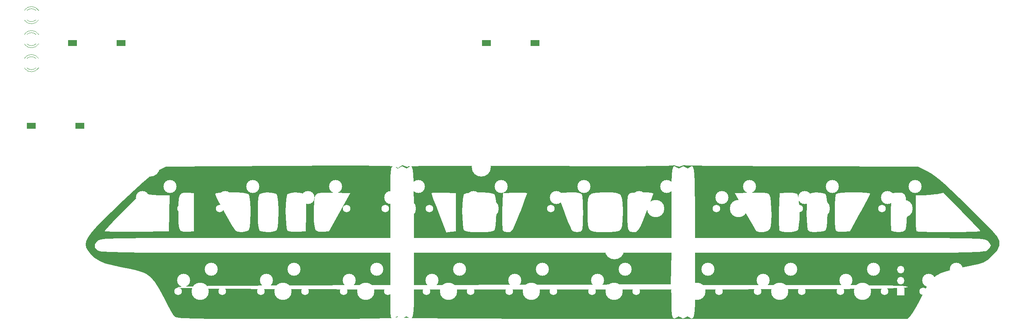
<source format=gto>
%TF.GenerationSoftware,KiCad,Pcbnew,(6.0.10)*%
%TF.CreationDate,2023-05-23T15:51:50-05:00*%
%TF.ProjectId,Monorail_Jet,4d6f6e6f-7261-4696-9c5f-4a65742e6b69,rev?*%
%TF.SameCoordinates,Original*%
%TF.FileFunction,Legend,Top*%
%TF.FilePolarity,Positive*%
%FSLAX46Y46*%
G04 Gerber Fmt 4.6, Leading zero omitted, Abs format (unit mm)*
G04 Created by KiCad (PCBNEW (6.0.10)) date 2023-05-23 15:51:50*
%MOMM*%
%LPD*%
G01*
G04 APERTURE LIST*
G04 Aperture macros list*
%AMRoundRect*
0 Rectangle with rounded corners*
0 $1 Rounding radius*
0 $2 $3 $4 $5 $6 $7 $8 $9 X,Y pos of 4 corners*
0 Add a 4 corners polygon primitive as box body*
4,1,4,$2,$3,$4,$5,$6,$7,$8,$9,$2,$3,0*
0 Add four circle primitives for the rounded corners*
1,1,$1+$1,$2,$3*
1,1,$1+$1,$4,$5*
1,1,$1+$1,$6,$7*
1,1,$1+$1,$8,$9*
0 Add four rect primitives between the rounded corners*
20,1,$1+$1,$2,$3,$4,$5,0*
20,1,$1+$1,$4,$5,$6,$7,0*
20,1,$1+$1,$6,$7,$8,$9,0*
20,1,$1+$1,$8,$9,$2,$3,0*%
G04 Aperture macros list end*
%ADD10C,0.150000*%
%ADD11C,0.120000*%
%ADD12C,3.000000*%
%ADD13C,3.048000*%
%ADD14C,3.987800*%
%ADD15C,1.750000*%
%ADD16C,0.787400*%
%ADD17R,1.700000X1.700000*%
%ADD18O,1.700000X1.700000*%
%ADD19R,1.800000X1.800000*%
%ADD20C,1.800000*%
%ADD21C,4.400000*%
%ADD22C,2.000000*%
%ADD23RoundRect,1.000000X0.000000X-0.650000X0.000000X0.650000X0.000000X0.650000X0.000000X-0.650000X0*%
%ADD24C,0.650000*%
%ADD25O,1.000000X2.100000*%
%ADD26O,1.000000X1.600000*%
%ADD27RoundRect,1.000000X0.000000X0.650000X0.000000X-0.650000X0.000000X-0.650000X0.000000X0.650000X0*%
G04 APERTURE END LIST*
D10*
%TO.C,*%
D11*
%TO.C,D55*%
X31809250Y-59722000D02*
X31809250Y-59878000D01*
X31809250Y-57406000D02*
X31809250Y-57562000D01*
X35041585Y-57563392D02*
G75*
G03*
X31809250Y-57406484I-1672335J-1078608D01*
G01*
X31809250Y-59877516D02*
G75*
G03*
X35041585Y-59720608I1560000J1235516D01*
G01*
X34410380Y-57562163D02*
G75*
G03*
X32328289Y-57562000I-1041130J-1079837D01*
G01*
X32328289Y-59722000D02*
G75*
G03*
X34410380Y-59721837I1040961J1080000D01*
G01*
%TO.C,D53*%
X31809250Y-48672000D02*
X31809250Y-48828000D01*
X31809250Y-46356000D02*
X31809250Y-46512000D01*
X32328289Y-48672000D02*
G75*
G03*
X34410380Y-48671837I1040961J1080000D01*
G01*
X34410380Y-46512163D02*
G75*
G03*
X32328289Y-46512000I-1041130J-1079837D01*
G01*
X35041585Y-46513392D02*
G75*
G03*
X31809250Y-46356484I-1672335J-1078608D01*
G01*
X31809250Y-48827516D02*
G75*
G03*
X35041585Y-48670608I1560000J1235516D01*
G01*
%TO.C,D54*%
X31809250Y-54197000D02*
X31809250Y-54353000D01*
X31809250Y-51881000D02*
X31809250Y-52037000D01*
X35041585Y-52038392D02*
G75*
G03*
X31809250Y-51881484I-1672335J-1078608D01*
G01*
X31809250Y-54352516D02*
G75*
G03*
X35041585Y-54195608I1560000J1235516D01*
G01*
X32328289Y-54197000D02*
G75*
G03*
X34410380Y-54196837I1040961J1080000D01*
G01*
X34410380Y-52037163D02*
G75*
G03*
X32328289Y-52037000I-1041130J-1079837D01*
G01*
%TO.C,G\u002A\u002A\u002A*%
G36*
X183737688Y-82144743D02*
G01*
X184093945Y-82171367D01*
X185076078Y-82198598D01*
X186632633Y-82225972D01*
X188712152Y-82253026D01*
X191263180Y-82279297D01*
X194234262Y-82304322D01*
X197573942Y-82327637D01*
X201230763Y-82348779D01*
X205153270Y-82367285D01*
X209290007Y-82382692D01*
X210628675Y-82386827D01*
X237356083Y-82465333D01*
X239550291Y-83556265D01*
X240354828Y-84003292D01*
X241231682Y-84597121D01*
X242251593Y-85398129D01*
X243485302Y-86466692D01*
X245003547Y-87863186D01*
X246877068Y-89647989D01*
X248279830Y-91006932D01*
X250052311Y-92745488D01*
X251692111Y-94379827D01*
X253127210Y-95836111D01*
X254285585Y-97040507D01*
X255095217Y-97919177D01*
X255474265Y-98382667D01*
X256052801Y-99574854D01*
X256095351Y-100656210D01*
X255574029Y-101755659D01*
X254478781Y-102984967D01*
X253385811Y-103945647D01*
X252409028Y-104527438D01*
X251255195Y-104891037D01*
X250838115Y-104980110D01*
X248026524Y-105547181D01*
X245789622Y-106032141D01*
X244038063Y-106486441D01*
X242682501Y-106961537D01*
X241633591Y-107508881D01*
X240801988Y-108179927D01*
X240098346Y-109026129D01*
X239433320Y-110098941D01*
X238717564Y-111449817D01*
X238350178Y-112171872D01*
X237547495Y-113706044D01*
X236786097Y-115077868D01*
X236150677Y-116139913D01*
X235725932Y-116744743D01*
X235718482Y-116753019D01*
X235026779Y-117512705D01*
X176494306Y-117506856D01*
X168713808Y-117505010D01*
X161588160Y-117500992D01*
X155094886Y-117494646D01*
X149211504Y-117485817D01*
X143915538Y-117474349D01*
X139184507Y-117460089D01*
X134995934Y-117442880D01*
X131327338Y-117422567D01*
X128156241Y-117398995D01*
X125460165Y-117372009D01*
X123216629Y-117341453D01*
X121403156Y-117307174D01*
X119997267Y-117269014D01*
X118976482Y-117226820D01*
X118318323Y-117180435D01*
X118000310Y-117129706D01*
X117961834Y-117102770D01*
X117852105Y-116882044D01*
X117555433Y-117110933D01*
X117310997Y-117191949D01*
X116727369Y-117262486D01*
X115769752Y-117323098D01*
X114403349Y-117374339D01*
X112593363Y-117416763D01*
X110304996Y-117450922D01*
X107503451Y-117477370D01*
X104153931Y-117496662D01*
X100221640Y-117509350D01*
X95671778Y-117515989D01*
X92010291Y-117517333D01*
X87253297Y-117516303D01*
X83127956Y-117512560D01*
X79588587Y-117505123D01*
X76589512Y-117493015D01*
X74085051Y-117475254D01*
X72029525Y-117450863D01*
X70377255Y-117418861D01*
X69082561Y-117378268D01*
X68099766Y-117328106D01*
X67383188Y-117267395D01*
X66887150Y-117195154D01*
X66565972Y-117110406D01*
X66373974Y-117012171D01*
X66320695Y-116966480D01*
X65955111Y-116454024D01*
X65376323Y-115476191D01*
X64666254Y-114177260D01*
X63965029Y-112817814D01*
X62822432Y-110670691D01*
X61807540Y-109076212D01*
X60845586Y-107940660D01*
X59861800Y-107170314D01*
X59183720Y-106824626D01*
X58435718Y-106585067D01*
X57202616Y-106271670D01*
X55666387Y-105928048D01*
X54273054Y-105647619D01*
X52008122Y-105170372D01*
X50284278Y-104684128D01*
X48967064Y-104130707D01*
X47922022Y-103451928D01*
X47014696Y-102589610D01*
X46894435Y-102454834D01*
X46334517Y-101754224D01*
X45970114Y-101089349D01*
X45834668Y-100406576D01*
X45961619Y-99652272D01*
X46384406Y-98772804D01*
X47136471Y-97714536D01*
X48251255Y-96423837D01*
X49762196Y-94847072D01*
X51702737Y-92930609D01*
X54106317Y-90620812D01*
X54517028Y-90229320D01*
X56917241Y-87977862D01*
X58965327Y-86129635D01*
X60632847Y-84709023D01*
X61891360Y-83740409D01*
X62599335Y-83299961D01*
X64283167Y-82465333D01*
X90643459Y-82296000D01*
X95722619Y-82265602D01*
X100161034Y-82244158D01*
X103995239Y-82232004D01*
X107261769Y-82229473D01*
X109997157Y-82236901D01*
X112237938Y-82254621D01*
X114020646Y-82282969D01*
X115381816Y-82322279D01*
X116357981Y-82372885D01*
X116985676Y-82435123D01*
X117301436Y-82509327D01*
X117347091Y-82540558D01*
X117735189Y-82760777D01*
X118200679Y-82444202D01*
X118741959Y-82124647D01*
X119165315Y-82311062D01*
X119836702Y-82500253D01*
X120121154Y-82407418D01*
X120527370Y-82367652D01*
X121561672Y-82333312D01*
X123174834Y-82304578D01*
X125317626Y-82281628D01*
X127940824Y-82264643D01*
X130995200Y-82253803D01*
X134431526Y-82249286D01*
X138200575Y-82251273D01*
X142253122Y-82259944D01*
X146539937Y-82275477D01*
X150651300Y-82296000D01*
X155100907Y-82318272D01*
X159354894Y-82334075D01*
X163364774Y-82343546D01*
X167082061Y-82346824D01*
X170458267Y-82344046D01*
X173444906Y-82335348D01*
X175993492Y-82320870D01*
X178055538Y-82300747D01*
X179582557Y-82275118D01*
X180526064Y-82244119D01*
X180837467Y-82210417D01*
X181215663Y-82145364D01*
X181651720Y-82307000D01*
X182553764Y-82463130D01*
X182941305Y-82319831D01*
X183516158Y-82114215D01*
X183737688Y-82144743D01*
G37*
%TD*%
%LPC*%
%TO.C,G\u002A\u002A\u002A*%
G36*
X60163598Y-88766712D02*
G01*
X61383010Y-88934910D01*
X62808640Y-89039651D01*
X63362257Y-89054584D01*
X65150681Y-89069333D01*
X65055591Y-93218000D01*
X64960500Y-97366667D01*
X57594500Y-97457938D01*
X55443222Y-97473394D01*
X53539624Y-97465632D01*
X51980897Y-97436823D01*
X50864234Y-97389140D01*
X50286826Y-97324756D01*
X50228500Y-97293314D01*
X50456537Y-96982374D01*
X51089560Y-96276573D01*
X52050941Y-95257310D01*
X53264049Y-94005987D01*
X54490931Y-92765504D01*
X58753363Y-88493590D01*
X60163598Y-88766712D01*
G37*
G36*
X102963667Y-88464821D02*
G01*
X106753265Y-88561333D01*
X101859939Y-97366667D01*
X100449987Y-97469742D01*
X99466301Y-97466286D01*
X98913638Y-97221319D01*
X98679601Y-96899340D01*
X98492527Y-96193818D01*
X98373563Y-95031195D01*
X98321120Y-93599867D01*
X98333609Y-92088229D01*
X98409441Y-90684679D01*
X98547028Y-89577611D01*
X98744780Y-88955422D01*
X98746618Y-88952884D01*
X99020848Y-88695700D01*
X99475698Y-88533685D01*
X100238767Y-88452069D01*
X101437648Y-88436087D01*
X102963667Y-88464821D01*
G37*
G36*
X214891719Y-88438695D02*
G01*
X215781721Y-88615429D01*
X216107434Y-88798400D01*
X216319383Y-89381127D01*
X216454898Y-90616730D01*
X216511992Y-92484855D01*
X216513834Y-92964000D01*
X216473749Y-94964615D01*
X216354821Y-96337055D01*
X216159034Y-97060968D01*
X216107434Y-97129600D01*
X215551700Y-97351595D01*
X214592801Y-97480491D01*
X213500097Y-97503749D01*
X212542948Y-97408828D01*
X212195834Y-97311707D01*
X212007203Y-96914544D01*
X211870147Y-96004036D01*
X211784987Y-94742232D01*
X211752046Y-93291178D01*
X211771646Y-91812924D01*
X211844110Y-90469516D01*
X211969759Y-89423001D01*
X212148917Y-88835428D01*
X212178900Y-88798400D01*
X212804010Y-88530180D01*
X213803716Y-88410278D01*
X214891719Y-88438695D01*
G37*
G36*
X158621876Y-88420266D02*
G01*
X159489328Y-88521455D01*
X159945405Y-88720154D01*
X160089600Y-88927699D01*
X160175952Y-89478531D01*
X160244433Y-90535388D01*
X160286321Y-91927019D01*
X160295167Y-92964000D01*
X160276035Y-94484344D01*
X160224452Y-95784930D01*
X160149141Y-96694507D01*
X160089600Y-97000301D01*
X159619017Y-97419196D01*
X158848568Y-97530542D01*
X158078256Y-97341329D01*
X157644535Y-96943333D01*
X157344935Y-96279047D01*
X156904504Y-95206792D01*
X156381070Y-93878967D01*
X155832464Y-92447970D01*
X155316515Y-91066201D01*
X154891051Y-89886058D01*
X154613903Y-89059940D01*
X154537834Y-88756189D01*
X154863450Y-88558387D01*
X155794125Y-88433858D01*
X157210933Y-88392000D01*
X158621876Y-88420266D01*
G37*
G36*
X146882046Y-88473063D02*
G01*
X147387859Y-88548428D01*
X147425834Y-88582971D01*
X147308075Y-88961182D01*
X146984985Y-89847937D01*
X146501845Y-91122514D01*
X145903935Y-92664193D01*
X145705826Y-93168668D01*
X145015742Y-94904886D01*
X144508410Y-96107113D01*
X144122820Y-96873306D01*
X143797966Y-97301423D01*
X143472838Y-97489423D01*
X143086428Y-97535264D01*
X142985864Y-97536000D01*
X142217949Y-97401349D01*
X141815895Y-97092951D01*
X141757071Y-96595361D01*
X141723686Y-95571760D01*
X141718228Y-94173080D01*
X141741857Y-92605617D01*
X141837834Y-88561333D01*
X144631834Y-88462970D01*
X145910861Y-88442322D01*
X146882046Y-88473063D01*
G37*
G36*
X224002328Y-88415493D02*
G01*
X225243122Y-88479321D01*
X226064813Y-88573507D01*
X226335167Y-88678642D01*
X226179432Y-89063723D01*
X225751725Y-89924993D01*
X225111295Y-91147814D01*
X224317391Y-92617551D01*
X224015943Y-93165975D01*
X221696720Y-97366667D01*
X220163962Y-97468146D01*
X219128260Y-97468977D01*
X218583723Y-97265711D01*
X218419185Y-97017114D01*
X218322101Y-96417489D01*
X218255418Y-95327563D01*
X218219285Y-93933312D01*
X218213852Y-92420709D01*
X218239265Y-90975729D01*
X218295673Y-89784346D01*
X218383226Y-89032534D01*
X218412734Y-88927699D01*
X218609553Y-88690227D01*
X219059042Y-88533020D01*
X219875084Y-88441066D01*
X221171565Y-88399353D01*
X222476734Y-88392000D01*
X224002328Y-88415493D01*
G37*
G36*
X247472736Y-92765504D02*
G01*
X248845077Y-94154233D01*
X250033800Y-95382618D01*
X250962297Y-96369399D01*
X251553957Y-97033314D01*
X251735167Y-97286709D01*
X251416361Y-97362513D01*
X250539113Y-97424565D01*
X249222179Y-97472676D01*
X247584315Y-97506656D01*
X245744276Y-97526313D01*
X243820819Y-97531458D01*
X241932699Y-97521901D01*
X240198672Y-97497450D01*
X238737493Y-97457917D01*
X237667920Y-97403110D01*
X237108706Y-97332839D01*
X237059611Y-97310222D01*
X236971374Y-96901436D01*
X236899291Y-95957244D01*
X236850927Y-94619515D01*
X236833834Y-93076889D01*
X236833834Y-89069333D01*
X238611834Y-89054584D01*
X239981258Y-88989285D01*
X241345645Y-88842077D01*
X241800069Y-88766712D01*
X243210304Y-88493590D01*
X247472736Y-92765504D01*
G37*
G36*
X80678839Y-88416271D02*
G01*
X81924638Y-88497873D01*
X82869322Y-88625665D01*
X83350100Y-88798400D01*
X83562049Y-89381127D01*
X83697564Y-90616730D01*
X83754659Y-92484855D01*
X83756500Y-92964000D01*
X83716416Y-94964615D01*
X83597488Y-96337055D01*
X83401701Y-97060968D01*
X83350100Y-97129600D01*
X82761174Y-97398393D01*
X81839991Y-97532554D01*
X81671043Y-97536000D01*
X80855351Y-97469510D01*
X80304482Y-97162996D01*
X79784460Y-96455890D01*
X79573665Y-96096667D01*
X78103201Y-93509419D01*
X76970047Y-91469331D01*
X76178545Y-89984494D01*
X75733036Y-89062999D01*
X75628500Y-88742414D01*
X75938997Y-88575366D01*
X76762004Y-88460407D01*
X77934797Y-88396359D01*
X79294650Y-88382040D01*
X80678839Y-88416271D01*
G37*
G36*
X95006914Y-88444151D02*
G01*
X95897590Y-88639591D01*
X96256764Y-88863366D01*
X96450656Y-89486909D01*
X96553267Y-90778168D01*
X96564368Y-92733674D01*
X96552231Y-93350699D01*
X96456500Y-97366667D01*
X94591349Y-97465782D01*
X93292886Y-97447847D01*
X92458865Y-97250155D01*
X92305349Y-97144048D01*
X92110276Y-96612460D01*
X91972472Y-95582032D01*
X91892241Y-94228457D01*
X91869886Y-92727427D01*
X91905711Y-91254635D01*
X92000022Y-89985771D01*
X92153122Y-89096529D01*
X92290900Y-88798400D01*
X92926552Y-88519018D01*
X93924230Y-88402448D01*
X95006914Y-88444151D01*
G37*
G36*
X167024515Y-88416171D02*
G01*
X168153730Y-88560562D01*
X168861296Y-88932990D01*
X169245696Y-89641269D01*
X169405415Y-90793217D01*
X169438934Y-92496649D01*
X169439167Y-92841121D01*
X169425333Y-94703996D01*
X169325928Y-95994568D01*
X169054101Y-96817867D01*
X168522996Y-97278923D01*
X167645761Y-97482764D01*
X166335542Y-97534421D01*
X165556775Y-97536000D01*
X163916436Y-97506387D01*
X162823157Y-97405300D01*
X162148749Y-97214368D01*
X161843357Y-97003809D01*
X161587681Y-96589385D01*
X161424679Y-95878215D01*
X161337984Y-94746043D01*
X161311225Y-93068612D01*
X161311167Y-92964000D01*
X161331157Y-91129524D01*
X161454171Y-89865940D01*
X161774778Y-89066859D01*
X162387546Y-88625891D01*
X163387043Y-88436647D01*
X164867836Y-88392739D01*
X165375167Y-88392000D01*
X167024515Y-88416171D01*
G37*
G36*
X137194069Y-88395746D02*
G01*
X138476324Y-88469554D01*
X139453735Y-88613151D01*
X139907434Y-88798400D01*
X140097113Y-89324653D01*
X140230096Y-90350346D01*
X140306384Y-91699964D01*
X140325976Y-93197992D01*
X140288872Y-94668914D01*
X140195072Y-95937213D01*
X140044577Y-96827375D01*
X139907434Y-97129600D01*
X139329765Y-97347292D01*
X138158429Y-97485855D01*
X136473485Y-97535961D01*
X136419167Y-97536000D01*
X134720865Y-97488530D01*
X133533907Y-97352341D01*
X132938355Y-97136757D01*
X132930900Y-97129600D01*
X132741221Y-96603347D01*
X132608237Y-95577654D01*
X132531950Y-94228035D01*
X132512358Y-92730007D01*
X132549462Y-91259086D01*
X132643261Y-89990786D01*
X132793757Y-89100624D01*
X132930900Y-88798400D01*
X133475386Y-88593053D01*
X134497886Y-88457496D01*
X135802685Y-88391726D01*
X137194069Y-88395746D01*
G37*
G36*
X115929834Y-102277333D02*
G01*
X82646522Y-102277333D01*
X77107736Y-102276460D01*
X72206891Y-102273434D01*
X67904598Y-102267646D01*
X64161466Y-102258484D01*
X60938104Y-102245339D01*
X58195124Y-102227601D01*
X55893135Y-102204659D01*
X53992747Y-102175903D01*
X52454569Y-102140724D01*
X51239212Y-102098511D01*
X50307285Y-102048654D01*
X49619399Y-101990543D01*
X49136162Y-101923568D01*
X48818186Y-101847118D01*
X48626080Y-101760583D01*
X48610522Y-101750129D01*
X47967213Y-101059106D01*
X47984145Y-100311347D01*
X48535167Y-99568000D01*
X48657938Y-99456510D01*
X48816587Y-99357976D01*
X49051322Y-99271599D01*
X49402350Y-99196578D01*
X49909880Y-99132114D01*
X50614120Y-99077405D01*
X51555277Y-99031653D01*
X52773560Y-98994056D01*
X54309176Y-98963815D01*
X56202334Y-98940129D01*
X58493242Y-98922199D01*
X61222108Y-98909223D01*
X64429139Y-98900403D01*
X68154545Y-98894937D01*
X72438531Y-98892026D01*
X77321308Y-98890869D01*
X82571167Y-98890667D01*
X115929834Y-98890667D01*
X115929834Y-90752038D01*
X115934328Y-88168106D01*
X115951252Y-86182048D01*
X115985764Y-84714443D01*
X116043023Y-83685870D01*
X116128188Y-83016908D01*
X116246418Y-82628138D01*
X116402872Y-82440137D01*
X116472013Y-82405355D01*
X117075292Y-82448004D01*
X117292868Y-82648207D01*
X117612243Y-82928393D01*
X118076281Y-82680035D01*
X118105355Y-82656088D01*
X118655487Y-82386088D01*
X119147167Y-82634667D01*
X119697259Y-82882988D01*
X120148332Y-82646979D01*
X120506246Y-82406610D01*
X120785878Y-82392456D01*
X120996668Y-82668525D01*
X121148060Y-83298824D01*
X121249495Y-84347361D01*
X121310417Y-85878145D01*
X121340267Y-87955182D01*
X121348487Y-90642481D01*
X121348500Y-90782654D01*
X121348500Y-98890667D01*
X180615167Y-98890667D01*
X180615167Y-90782654D01*
X180622615Y-88065568D01*
X180651256Y-85961705D01*
X180710532Y-84407059D01*
X180809884Y-83337620D01*
X180958756Y-82689381D01*
X181166589Y-82398334D01*
X181442827Y-82400471D01*
X181796911Y-82631785D01*
X181815335Y-82646979D01*
X182356800Y-82881877D01*
X182816500Y-82634667D01*
X183358551Y-82383790D01*
X183832500Y-82634667D01*
X184382592Y-82882988D01*
X184833665Y-82646979D01*
X185191580Y-82406610D01*
X185471211Y-82392456D01*
X185682001Y-82668525D01*
X185833393Y-83298824D01*
X185934828Y-84347361D01*
X185995750Y-85878145D01*
X186025600Y-87955182D01*
X186033821Y-90642481D01*
X186033834Y-90782654D01*
X186033834Y-98890667D01*
X219392500Y-98890667D01*
X224883624Y-98890896D01*
X229737622Y-98892116D01*
X233994703Y-98895129D01*
X237695075Y-98900733D01*
X240878946Y-98909729D01*
X243586523Y-98922917D01*
X245858016Y-98941098D01*
X247733630Y-98965072D01*
X249253576Y-98995638D01*
X250458061Y-99033596D01*
X251387292Y-99079748D01*
X252081478Y-99134893D01*
X252580827Y-99199831D01*
X252925547Y-99275363D01*
X253155846Y-99362289D01*
X253311931Y-99461408D01*
X253428500Y-99568000D01*
X253925732Y-100174529D01*
X254105834Y-100584000D01*
X253887238Y-101051211D01*
X253428500Y-101600000D01*
X253305729Y-101711490D01*
X253147080Y-101810024D01*
X252912345Y-101896401D01*
X252561317Y-101971421D01*
X252053787Y-102035886D01*
X251349547Y-102090594D01*
X250408390Y-102136347D01*
X249190107Y-102173943D01*
X247654491Y-102204185D01*
X245761333Y-102227871D01*
X243470425Y-102245801D01*
X240741559Y-102258777D01*
X237534528Y-102267597D01*
X233809122Y-102273063D01*
X229525136Y-102275974D01*
X224642359Y-102277131D01*
X219392500Y-102277333D01*
X186033834Y-102277333D01*
X186033834Y-109728000D01*
X210615389Y-109728000D01*
X215452865Y-109730152D01*
X219651554Y-109737055D01*
X223249992Y-109749375D01*
X226286713Y-109767780D01*
X228800251Y-109792937D01*
X230829141Y-109825514D01*
X232411918Y-109866178D01*
X233587116Y-109915597D01*
X234393270Y-109974438D01*
X234868915Y-110043369D01*
X235052584Y-110123057D01*
X235055858Y-110151333D01*
X234893611Y-110235878D01*
X234441194Y-110310369D01*
X233660272Y-110375604D01*
X232512510Y-110432378D01*
X230959573Y-110481486D01*
X228963126Y-110523724D01*
X226484835Y-110559888D01*
X223486363Y-110590774D01*
X219929376Y-110617177D01*
X215775540Y-110639892D01*
X210986519Y-110659717D01*
X210474303Y-110661560D01*
X186033834Y-110748454D01*
X186033834Y-113943573D01*
X185992973Y-115678384D01*
X185856385Y-116796412D01*
X185603061Y-117354073D01*
X185211990Y-117407782D01*
X184833665Y-117166354D01*
X184292201Y-116931456D01*
X183832500Y-117178667D01*
X183290449Y-117429543D01*
X182816500Y-117178667D01*
X182266408Y-116930345D01*
X181815335Y-117166354D01*
X181312288Y-117440313D01*
X180962037Y-117251134D01*
X180743575Y-116542368D01*
X180635895Y-115257563D01*
X180615167Y-113941346D01*
X180615167Y-110744000D01*
X121348500Y-110744000D01*
X121348500Y-113941346D01*
X121307689Y-115676723D01*
X121171251Y-116795341D01*
X120918178Y-117353650D01*
X120527461Y-117408102D01*
X120148332Y-117166354D01*
X119606867Y-116931456D01*
X119147167Y-117178667D01*
X118609247Y-117427763D01*
X118116814Y-117166754D01*
X117573705Y-116912434D01*
X117202414Y-117125286D01*
X116625060Y-117498620D01*
X116155611Y-117291555D01*
X116057065Y-116874262D01*
X115980318Y-115942636D01*
X115936237Y-114659590D01*
X115929834Y-113907116D01*
X115929834Y-110748454D01*
X91461167Y-110661560D01*
X86205789Y-110638228D01*
X81567315Y-110607822D01*
X77553643Y-110570478D01*
X74172673Y-110526335D01*
X71432304Y-110475530D01*
X69340435Y-110418200D01*
X67904965Y-110354482D01*
X67133793Y-110284514D01*
X66992500Y-110236000D01*
X67329837Y-110162063D01*
X68336581Y-110094288D01*
X70004833Y-110032811D01*
X72326694Y-109977770D01*
X75294265Y-109929302D01*
X78899646Y-109887546D01*
X83134938Y-109852637D01*
X87992242Y-109824714D01*
X91461167Y-109810440D01*
X113628100Y-109731720D01*
X121348500Y-109731720D01*
X150897167Y-109645193D01*
X180445834Y-109558667D01*
X180638082Y-102277333D01*
X121348500Y-102277333D01*
X121348500Y-109731720D01*
X113628100Y-109731720D01*
X115929834Y-109723546D01*
X115929834Y-102277333D01*
G37*
G36*
X208490992Y-88470496D02*
G01*
X209359328Y-88630532D01*
X209598658Y-88753482D01*
X209814431Y-89264920D01*
X209971811Y-90277809D01*
X210069263Y-91618655D01*
X210105252Y-93113966D01*
X210078243Y-94590251D01*
X209986701Y-95874017D01*
X209829091Y-96791770D01*
X209672767Y-97129600D01*
X209098317Y-97383789D01*
X208164451Y-97515663D01*
X207107287Y-97527288D01*
X206162942Y-97420731D01*
X205567535Y-97198058D01*
X205485228Y-97092951D01*
X205426405Y-96595361D01*
X205393019Y-95571760D01*
X205387561Y-94173080D01*
X205411191Y-92605617D01*
X205507167Y-88561333D01*
X207312658Y-88458015D01*
X208490992Y-88470496D01*
G37*
G36*
X88569052Y-88438695D02*
G01*
X89459054Y-88615429D01*
X89784767Y-88798400D01*
X89996716Y-89381127D01*
X90132231Y-90616730D01*
X90189326Y-92484855D01*
X90191167Y-92964000D01*
X90151083Y-94964615D01*
X90032154Y-96337055D01*
X89836367Y-97060968D01*
X89784767Y-97129600D01*
X89218210Y-97375754D01*
X88266305Y-97520159D01*
X87820500Y-97536000D01*
X86793325Y-97452417D01*
X86029120Y-97241765D01*
X85856234Y-97129600D01*
X85644284Y-96546873D01*
X85508769Y-95311270D01*
X85451675Y-93443144D01*
X85449834Y-92964000D01*
X85489918Y-90963385D01*
X85608846Y-89590945D01*
X85804633Y-88867032D01*
X85856234Y-88798400D01*
X86481343Y-88530180D01*
X87481049Y-88410278D01*
X88569052Y-88438695D01*
G37*
G36*
X233646597Y-88483223D02*
G01*
X234275873Y-88830826D01*
X234364993Y-88940043D01*
X234569196Y-89556236D01*
X234712562Y-90645170D01*
X234794431Y-92029067D01*
X234814141Y-93530148D01*
X234771031Y-94970634D01*
X234664442Y-96172746D01*
X234493712Y-96958706D01*
X234395434Y-97129600D01*
X233791923Y-97413396D01*
X232903364Y-97526216D01*
X232001717Y-97471202D01*
X231358946Y-97251499D01*
X231223895Y-97092951D01*
X231165071Y-96595361D01*
X231131686Y-95571760D01*
X231126228Y-94173080D01*
X231149857Y-92605617D01*
X231245834Y-88561333D01*
X232586993Y-88451981D01*
X233646597Y-88483223D01*
G37*
G36*
X201835106Y-88457957D02*
G01*
X202555300Y-88548304D01*
X202982257Y-88720894D01*
X203217049Y-88952884D01*
X203413569Y-89566991D01*
X203551433Y-90667645D01*
X203628812Y-92066447D01*
X203643880Y-93575000D01*
X203594812Y-95004905D01*
X203479779Y-96167764D01*
X203296956Y-96875179D01*
X203293918Y-96880931D01*
X202743978Y-97309332D01*
X201848137Y-97530422D01*
X200894184Y-97523532D01*
X200169910Y-97267990D01*
X200023821Y-97115807D01*
X199764836Y-96677132D01*
X199246433Y-95768392D01*
X198537778Y-94511810D01*
X197708040Y-93029614D01*
X197484410Y-92628473D01*
X195218986Y-88561333D01*
X199004292Y-88464821D01*
X200693996Y-88435060D01*
X201835106Y-88457957D01*
G37*
G36*
X175020988Y-88420701D02*
G01*
X175978442Y-88497316D01*
X176464885Y-88607610D01*
X176494722Y-88657446D01*
X176335576Y-89054822D01*
X175978041Y-89959010D01*
X175470941Y-91246212D01*
X174863099Y-92792632D01*
X174691616Y-93229446D01*
X174011159Y-94949883D01*
X173513050Y-96137664D01*
X173134195Y-96891433D01*
X172811502Y-97309833D01*
X172481878Y-97491507D01*
X172082229Y-97535100D01*
X171937115Y-97536000D01*
X171113571Y-97406185D01*
X170717787Y-96931063D01*
X170668624Y-96774000D01*
X170564232Y-96009636D01*
X170498313Y-94779477D01*
X170470866Y-93293965D01*
X170481892Y-91763545D01*
X170531392Y-90398660D01*
X170619363Y-89409754D01*
X170668624Y-89154000D01*
X170814957Y-88782761D01*
X171105670Y-88556699D01*
X171684729Y-88440098D01*
X172696101Y-88397244D01*
X173740222Y-88392000D01*
X175020988Y-88420701D01*
G37*
G36*
X127747409Y-88449776D02*
G01*
X128206500Y-88462970D01*
X131000500Y-88561333D01*
X131000500Y-97366667D01*
X129933956Y-97470246D01*
X128867411Y-97573825D01*
X127139956Y-93187580D01*
X126514642Y-91584936D01*
X125990197Y-90212445D01*
X125611801Y-89190535D01*
X125424632Y-88639634D01*
X125412500Y-88582971D01*
X125724445Y-88493991D01*
X126555258Y-88447337D01*
X127747409Y-88449776D01*
G37*
G36*
X69424199Y-88454814D02*
G01*
X70717834Y-88561333D01*
X70717834Y-97366667D01*
X69361643Y-97466743D01*
X68368481Y-97431229D01*
X67665139Y-97209691D01*
X67583643Y-97145010D01*
X67364204Y-96585727D01*
X67225548Y-95412150D01*
X67165102Y-93598620D01*
X67161834Y-92937734D01*
X67185733Y-91078479D01*
X67290773Y-89796747D01*
X67526961Y-88993444D01*
X67944307Y-88569476D01*
X68592821Y-88425748D01*
X69424199Y-88454814D01*
G37*
%TD*%
D12*
%TO.C,MX46*%
X118427500Y-127635000D03*
D13*
X134175500Y-137160000D03*
D14*
X122237500Y-130175000D03*
X110299500Y-121920000D03*
D13*
X110299500Y-137160000D03*
D12*
X124777500Y-125095000D03*
D15*
X127317500Y-130175000D03*
D14*
X134175500Y-121920000D03*
D15*
X117157500Y-130175000D03*
%TD*%
%TO.C,MX50*%
X257651250Y-130175000D03*
D12*
X258921250Y-127635000D03*
D14*
X262731250Y-130175000D03*
D15*
X267811250Y-130175000D03*
D12*
X265271250Y-125095000D03*
%TD*%
%TO.C,MX51*%
X37465000Y-127635000D03*
X43815000Y-125095000D03*
D15*
X46355000Y-130175000D03*
D14*
X41275000Y-130175000D03*
D15*
X36195000Y-130175000D03*
%TD*%
%TO.C,MX52*%
X57626250Y-130175000D03*
X67786250Y-130175000D03*
D14*
X62706250Y-130175000D03*
D12*
X65246250Y-125095000D03*
X58896250Y-127635000D03*
%TD*%
D14*
%TO.C,MX47*%
X181800500Y-121920000D03*
X157924500Y-121920000D03*
D12*
X166052500Y-127635000D03*
X172402500Y-125095000D03*
D15*
X174942500Y-130175000D03*
D14*
X169862500Y-130175000D03*
D13*
X181800500Y-137160000D03*
D15*
X164782500Y-130175000D03*
D13*
X157924500Y-137160000D03*
%TD*%
D15*
%TO.C,MX7*%
X33813750Y-73025000D03*
D14*
X38893750Y-73025000D03*
D12*
X41433750Y-67945000D03*
D15*
X43973750Y-73025000D03*
D12*
X35083750Y-70485000D03*
%TD*%
%TO.C,MX8*%
X60483750Y-67945000D03*
D14*
X57943750Y-73025000D03*
D15*
X63023750Y-73025000D03*
D12*
X54133750Y-70485000D03*
D15*
X52863750Y-73025000D03*
%TD*%
D12*
%TO.C,MX9*%
X73183750Y-70485000D03*
D15*
X71913750Y-73025000D03*
D14*
X76993750Y-73025000D03*
D12*
X79533750Y-67945000D03*
D15*
X82073750Y-73025000D03*
%TD*%
%TO.C,MX10*%
X90963750Y-73025000D03*
D14*
X96043750Y-73025000D03*
D12*
X92233750Y-70485000D03*
D15*
X101123750Y-73025000D03*
D12*
X98583750Y-67945000D03*
%TD*%
%TO.C,MX11*%
X117633750Y-67945000D03*
D15*
X110013750Y-73025000D03*
D14*
X115093750Y-73025000D03*
D15*
X120173750Y-73025000D03*
D12*
X111283750Y-70485000D03*
%TD*%
D14*
%TO.C,MX12*%
X134143750Y-73025000D03*
D12*
X130333750Y-70485000D03*
D15*
X129063750Y-73025000D03*
D12*
X136683750Y-67945000D03*
D15*
X139223750Y-73025000D03*
%TD*%
%TO.C,MX13*%
X148113750Y-73025000D03*
D14*
X153193750Y-73025000D03*
D12*
X149383750Y-70485000D03*
D15*
X158273750Y-73025000D03*
D12*
X155733750Y-67945000D03*
%TD*%
D14*
%TO.C,MX14*%
X172243750Y-73025000D03*
D12*
X168433750Y-70485000D03*
X174783750Y-67945000D03*
D15*
X177323750Y-73025000D03*
X167163750Y-73025000D03*
%TD*%
D12*
%TO.C,MX15*%
X187483750Y-70485000D03*
X193833750Y-67945000D03*
D15*
X196373750Y-73025000D03*
X186213750Y-73025000D03*
D14*
X191293750Y-73025000D03*
%TD*%
%TO.C,MX16*%
X210343750Y-73025000D03*
D15*
X205263750Y-73025000D03*
D12*
X206533750Y-70485000D03*
D15*
X215423750Y-73025000D03*
D12*
X212883750Y-67945000D03*
%TD*%
%TO.C,MX17*%
X225583750Y-70485000D03*
X231933750Y-67945000D03*
D14*
X229393750Y-73025000D03*
D15*
X234473750Y-73025000D03*
X224313750Y-73025000D03*
%TD*%
D12*
%TO.C,MX18*%
X251777500Y-70485000D03*
X258127500Y-67945000D03*
D15*
X250507500Y-73025000D03*
X260667500Y-73025000D03*
D14*
X255587500Y-73025000D03*
%TD*%
D12*
%TO.C,MX19*%
X43815000Y-86995000D03*
D15*
X36195000Y-92075000D03*
D14*
X41275000Y-92075000D03*
D15*
X46355000Y-92075000D03*
D12*
X37465000Y-89535000D03*
%TD*%
D14*
%TO.C,MX20*%
X62706250Y-92075000D03*
D12*
X58896250Y-89535000D03*
D15*
X57626250Y-92075000D03*
X67786250Y-92075000D03*
D12*
X65246250Y-86995000D03*
%TD*%
D15*
%TO.C,MX21*%
X76676250Y-92075000D03*
D14*
X81756250Y-92075000D03*
D12*
X84296250Y-86995000D03*
X77946250Y-89535000D03*
D15*
X86836250Y-92075000D03*
%TD*%
%TO.C,MX22*%
X95726250Y-92075000D03*
D12*
X103346250Y-86995000D03*
D14*
X100806250Y-92075000D03*
D15*
X105886250Y-92075000D03*
D12*
X96996250Y-89535000D03*
%TD*%
D14*
%TO.C,MX23*%
X119856250Y-92075000D03*
D15*
X114776250Y-92075000D03*
X124936250Y-92075000D03*
D12*
X116046250Y-89535000D03*
X122396250Y-86995000D03*
%TD*%
%TO.C,MX24*%
X135096250Y-89535000D03*
X141446250Y-86995000D03*
D15*
X143986250Y-92075000D03*
D14*
X138906250Y-92075000D03*
D15*
X133826250Y-92075000D03*
%TD*%
%TO.C,MX25*%
X163036250Y-92075000D03*
X152876250Y-92075000D03*
D12*
X160496250Y-86995000D03*
D14*
X157956250Y-92075000D03*
D12*
X154146250Y-89535000D03*
%TD*%
%TO.C,MX26*%
X179546250Y-86995000D03*
D15*
X182086250Y-92075000D03*
D14*
X177006250Y-92075000D03*
D15*
X171926250Y-92075000D03*
D12*
X173196250Y-89535000D03*
%TD*%
D14*
%TO.C,MX27*%
X196056250Y-92075000D03*
D12*
X198596250Y-86995000D03*
D15*
X201136250Y-92075000D03*
D12*
X192246250Y-89535000D03*
D15*
X190976250Y-92075000D03*
%TD*%
D14*
%TO.C,MX28*%
X215106250Y-92075000D03*
D15*
X220186250Y-92075000D03*
D12*
X217646250Y-86995000D03*
D15*
X210026250Y-92075000D03*
D12*
X211296250Y-89535000D03*
%TD*%
%TO.C,MX29*%
X236696250Y-86995000D03*
D15*
X239236250Y-92075000D03*
X229076250Y-92075000D03*
D14*
X234156250Y-92075000D03*
D12*
X230346250Y-89535000D03*
%TD*%
D15*
%TO.C,MX30*%
X252888750Y-92075000D03*
D14*
X257968750Y-92075000D03*
D12*
X254158750Y-89535000D03*
D15*
X263048750Y-92075000D03*
D12*
X260508750Y-86995000D03*
%TD*%
D15*
%TO.C,MX31*%
X40957500Y-111125000D03*
D12*
X42227500Y-108585000D03*
D14*
X46037500Y-111125000D03*
D12*
X48577500Y-106045000D03*
D15*
X51117500Y-111125000D03*
%TD*%
D14*
%TO.C,MX32*%
X72231250Y-111125000D03*
D15*
X77311250Y-111125000D03*
D12*
X74771250Y-106045000D03*
X68421250Y-108585000D03*
D15*
X67151250Y-111125000D03*
%TD*%
%TO.C,MX33*%
X86201250Y-111125000D03*
D12*
X87471250Y-108585000D03*
D15*
X96361250Y-111125000D03*
D12*
X93821250Y-106045000D03*
D14*
X91281250Y-111125000D03*
%TD*%
D15*
%TO.C,MX34*%
X115411250Y-111125000D03*
D12*
X106521250Y-108585000D03*
D15*
X105251250Y-111125000D03*
D12*
X112871250Y-106045000D03*
D14*
X110331250Y-111125000D03*
%TD*%
D15*
%TO.C,MX35*%
X134461250Y-111125000D03*
X124301250Y-111125000D03*
D14*
X129381250Y-111125000D03*
D12*
X131921250Y-106045000D03*
X125571250Y-108585000D03*
%TD*%
D15*
%TO.C,MX36*%
X143351250Y-111125000D03*
D12*
X150971250Y-106045000D03*
X144621250Y-108585000D03*
D14*
X148431250Y-111125000D03*
D15*
X153511250Y-111125000D03*
%TD*%
D12*
%TO.C,MX37*%
X163671250Y-108585000D03*
D15*
X162401250Y-111125000D03*
D14*
X167481250Y-111125000D03*
D15*
X172561250Y-111125000D03*
D12*
X170021250Y-106045000D03*
%TD*%
D15*
%TO.C,MX38*%
X181451250Y-111125000D03*
X191611250Y-111125000D03*
D12*
X189071250Y-106045000D03*
X182721250Y-108585000D03*
D14*
X186531250Y-111125000D03*
%TD*%
D15*
%TO.C,MX39*%
X210661250Y-111125000D03*
D12*
X201771250Y-108585000D03*
X208121250Y-106045000D03*
D14*
X205581250Y-111125000D03*
D15*
X200501250Y-111125000D03*
%TD*%
D12*
%TO.C,MX40*%
X227171250Y-106045000D03*
D14*
X224631250Y-111125000D03*
D15*
X229711250Y-111125000D03*
X219551250Y-111125000D03*
D12*
X220821250Y-108585000D03*
%TD*%
D15*
%TO.C,MX41*%
X238601250Y-111125000D03*
D14*
X243681250Y-111125000D03*
D15*
X248761250Y-111125000D03*
D12*
X246221250Y-106045000D03*
X239871250Y-108585000D03*
%TD*%
D15*
%TO.C,MX42*%
X267811250Y-111125000D03*
D12*
X265271250Y-106045000D03*
X258921250Y-108585000D03*
D14*
X262731250Y-111125000D03*
D15*
X257651250Y-111125000D03*
%TD*%
%TO.C,MX2*%
X72548750Y-53975000D03*
D12*
X71278750Y-56515000D03*
D14*
X67468750Y-53975000D03*
D12*
X64928750Y-59055000D03*
D15*
X62388750Y-53975000D03*
%TD*%
D14*
%TO.C,MX3*%
X86518750Y-53975000D03*
D15*
X91598750Y-53975000D03*
X81438750Y-53975000D03*
D12*
X82708750Y-51435000D03*
X89058750Y-48895000D03*
%TD*%
%TO.C,MX4*%
X108108750Y-48895000D03*
D15*
X110648750Y-53975000D03*
X100488750Y-53975000D03*
D12*
X101758750Y-51435000D03*
D14*
X105568750Y-53975000D03*
%TD*%
D15*
%TO.C,MX5*%
X129698750Y-53975000D03*
X119538750Y-53975000D03*
D12*
X120808750Y-51435000D03*
D14*
X124618750Y-53975000D03*
D12*
X127158750Y-48895000D03*
%TD*%
D15*
%TO.C,MX6*%
X138588750Y-53975000D03*
D14*
X143668750Y-53975000D03*
D12*
X139858750Y-51435000D03*
X146208750Y-48895000D03*
D15*
X148748750Y-53975000D03*
%TD*%
D16*
%TO.C,REF\u002A\u002A*%
X50482500Y-64039750D03*
X51752500Y-64039750D03*
X47942500Y-64039750D03*
X46672500Y-64039750D03*
%TD*%
%TO.C,REF\u002A\u002A*%
X98583750Y-64039750D03*
X97313750Y-64039750D03*
X93503750Y-64039750D03*
X94773750Y-64039750D03*
%TD*%
D17*
%TO.C,J10*%
X143512500Y-77437500D03*
D18*
X140972500Y-77437500D03*
X138432500Y-77437500D03*
X135892500Y-77437500D03*
X133352500Y-77437500D03*
X130812500Y-77437500D03*
X128272500Y-77437500D03*
X125732500Y-77437500D03*
X123192500Y-77437500D03*
%TD*%
D16*
%TO.C,REF\u002A\u002A*%
X245030625Y-70786625D03*
X242490625Y-70786625D03*
X239950625Y-70786625D03*
%TD*%
D17*
%TO.C,J7*%
X111680625Y-59531250D03*
D18*
X109140625Y-59531250D03*
X106600625Y-59531250D03*
X104060625Y-59531250D03*
X101520625Y-59531250D03*
X98980625Y-59531250D03*
X96440625Y-59531250D03*
X93900625Y-59531250D03*
X91360625Y-59531250D03*
%TD*%
D17*
%TO.C,J9*%
X52175000Y-78000000D03*
D18*
X54715000Y-78000000D03*
X57255000Y-78000000D03*
X59795000Y-78000000D03*
X62335000Y-78000000D03*
%TD*%
D12*
%TO.C,MX53*%
X86677500Y-125095000D03*
D15*
X79057500Y-130175000D03*
D14*
X84137500Y-130175000D03*
D12*
X80327500Y-127635000D03*
D15*
X89217500Y-130175000D03*
%TD*%
D19*
%TO.C,D55*%
X32099250Y-58642000D03*
D20*
X34639250Y-58642000D03*
%TD*%
D16*
%TO.C,REF\u002A\u002A*%
X141605000Y-64039750D03*
X145415000Y-64039750D03*
X144145000Y-64039750D03*
X140335000Y-64039750D03*
%TD*%
D13*
%TO.C,MX58*%
X105575100Y-137160000D03*
D14*
X105575100Y-121920000D03*
D15*
X160655000Y-130175000D03*
X150495000Y-130175000D03*
D13*
X205574900Y-137160000D03*
D14*
X205574900Y-121920000D03*
D12*
X158115000Y-125095000D03*
X151765000Y-127635000D03*
D14*
X155575000Y-130175000D03*
%TD*%
D21*
%TO.C,*%
X96043750Y-55562500D03*
%TD*%
D22*
%TO.C,SW3*%
X141168750Y-61475000D03*
X146168750Y-61475000D03*
X143668750Y-61475000D03*
D23*
X138068750Y-53975000D03*
X149268750Y-53975000D03*
D22*
X146168750Y-46975000D03*
X141168750Y-46975000D03*
%TD*%
D16*
%TO.C,REF\u002A\u002A*%
X122793125Y-64039750D03*
X118983125Y-64039750D03*
X117713125Y-64039750D03*
X121523125Y-64039750D03*
%TD*%
D19*
%TO.C,D53*%
X32099250Y-47592000D03*
D20*
X34639250Y-47592000D03*
%TD*%
D12*
%TO.C,MX1*%
X52228750Y-56515000D03*
D15*
X43338750Y-53975000D03*
D14*
X48418750Y-53975000D03*
D15*
X53498750Y-53975000D03*
D12*
X45878750Y-59055000D03*
%TD*%
D21*
%TO.C,H1*%
X239953400Y-80424450D03*
X136903400Y-82550450D03*
X167553400Y-101600450D03*
X60703400Y-82550450D03*
X211703400Y-129059450D03*
X59103400Y-117324450D03*
X106053400Y-128774450D03*
%TD*%
D16*
%TO.C,REF\u002A\u002A*%
X246135466Y-70140262D03*
X248335170Y-68870262D03*
%TD*%
D12*
%TO.C,MX57*%
X246221250Y-125095000D03*
D14*
X243681250Y-130175000D03*
D15*
X248761250Y-130175000D03*
D12*
X239871250Y-127635000D03*
D15*
X238601250Y-130175000D03*
%TD*%
D16*
%TO.C,REF\u002A\u002A*%
X70088125Y-64039750D03*
X75168125Y-64039750D03*
X71358125Y-64039750D03*
X73898125Y-64039750D03*
%TD*%
D15*
%TO.C,MX55*%
X198120000Y-130175000D03*
D12*
X205740000Y-125095000D03*
D14*
X203200000Y-130175000D03*
D12*
X199390000Y-127635000D03*
D15*
X208280000Y-130175000D03*
%TD*%
D12*
%TO.C,MX49*%
X227171250Y-125095000D03*
D15*
X219551250Y-130175000D03*
D14*
X224631250Y-130175000D03*
D12*
X220821250Y-127635000D03*
D15*
X229711250Y-130175000D03*
%TD*%
D19*
%TO.C,D54*%
X32099250Y-53117000D03*
D20*
X34639250Y-53117000D03*
%TD*%
D16*
%TO.C,REF\u002A\u002A*%
X236655560Y-68861242D03*
X238855264Y-70131242D03*
%TD*%
D17*
%TO.C,J8*%
X40737500Y-49587500D03*
D18*
X43277500Y-49587500D03*
X45817500Y-49587500D03*
X48357500Y-49587500D03*
X50897500Y-49587500D03*
%TD*%
D24*
%TO.C,J1*%
X245380625Y-67290625D03*
X239600625Y-67290625D03*
D25*
X246810625Y-67820625D03*
D26*
X238170625Y-63640625D03*
D25*
X238170625Y-67820625D03*
D26*
X246810625Y-63640625D03*
%TD*%
D17*
%TO.C,SWD1*%
X233362500Y-111268750D03*
D18*
X233362500Y-108728750D03*
X233362500Y-106188750D03*
%TD*%
D17*
%TO.C,J6*%
X267962500Y-116712500D03*
D18*
X267962500Y-119252500D03*
X267962500Y-121792500D03*
%TD*%
D24*
%TO.C,J2*%
X60770250Y-48240625D03*
X54990250Y-48240625D03*
D26*
X53560250Y-44590625D03*
D25*
X62200250Y-48770625D03*
D26*
X62200250Y-44590625D03*
D25*
X53560250Y-48770625D03*
%TD*%
D17*
%TO.C,J4*%
X267962500Y-83237500D03*
D18*
X267962500Y-85777500D03*
X267962500Y-88317500D03*
X267962500Y-90857500D03*
%TD*%
D22*
%TO.C,SW2*%
X45918750Y-46475000D03*
X50918750Y-46475000D03*
X48418750Y-46475000D03*
D27*
X54018750Y-53975000D03*
X42818750Y-53975000D03*
D22*
X50918750Y-60975000D03*
X45918750Y-60975000D03*
%TD*%
%TO.C,SW1*%
X41393750Y-80525000D03*
X36393750Y-80525000D03*
X38893750Y-80525000D03*
D23*
X33293750Y-73025000D03*
X44493750Y-73025000D03*
D22*
X36393750Y-66025000D03*
X41393750Y-66025000D03*
%TD*%
M02*

</source>
